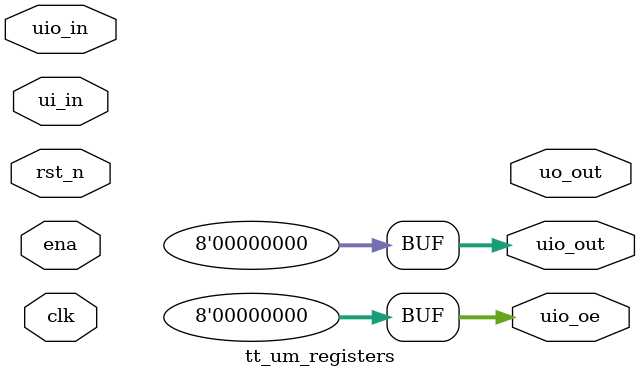
<source format=v>
/*
 * Copyright (c) 2024 Your Name
 * SPDX-License-Identifier: Apache-2.0
 */

`default_nettype none

module tt_um_registers (
    input  wire [7:0] ui_in,    // Dedicated inputs
    output wire [7:0] uo_out,   // Dedicated outputs
    input  wire [7:0] uio_in,   // IOs: Input path
    output wire [7:0] uio_out,  // IOs: Output path
    output wire [7:0] uio_oe,   // IOs: Enable path (active high: 0=input, 1=output)
    input  wire       ena,      // always 1 when the design is powered, so you can ignore it
    input  wire       clk,      // clock
    input  wire       rst_n     // reset_n - low to reset
);

    // Internal signals to connect between registers and external paths
    wire [7:0] data_a_out;      // Output from a_register
    wire [7:0] data_b_out;      // Output from b_register
    wire [7:0] instruction_out; // Output from instruction_register

    // Instantiate a_register
    tt_um_a_register reg_a (
        .ui_in(ui_in),           // Connect input bus to ui_in
        .uo_out(data_a_out),     // Connect output to internal wire
        .uio_in(uio_in),         // Connect external IO input
        .uio_out(),              // Unused, leave unconnected
        .uio_oe(),               // Unused, leave unconnected
        .ena(ena),               // Enable signal (always 1)
        .clk(clk),               // Clock signal
        .rst_n(rst_n)            // Reset signal
    );

    // Instantiate b_register
    tt_um_b_register reg_b (
        .ui_in(ui_in),           // Connect input bus to ui_in
        .uo_out(data_b_out),     // Connect output to internal wire
        .uio_in(uio_in),         // Connect external IO input
        .uio_out(),              // Unused, leave unconnected
        .uio_oe(),               // Unused, leave unconnected
        .ena(ena),               // Enable signal (always 1)
        .clk(clk),               // Clock signal
        .rst_n(rst_n)            // Reset signal
    );

    // Instantiate instruction_register
    tt_um_instruction_register instruct_reg (
        .ui_in(ui_in),           // Connect input bus to ui_in
        .uo_out(instruction_out),// Connect output to internal wire
        .uio_in(uio_in),         // Connect external IO input
        .uio_out(),              // Unused, leave unconnected
        .uio_oe(),               // Unused, leave unconnected
        .ena(ena),               // Enable signal (always 1)
        .clk(clk),               // Clock signal
        .rst_n(rst_n)            // Reset signal
    );


    // Set uio_out and uio_oe as 0 (unused)
    assign uio_out = 8'b0;
    assign uio_oe = 8'b0;

endmodule

</source>
